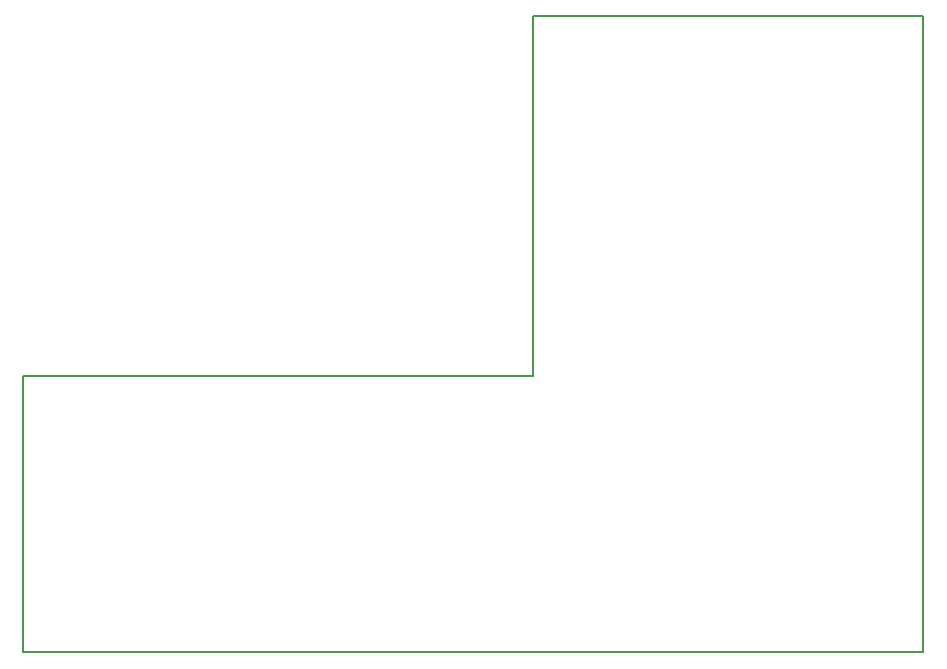
<source format=gbr>
G04 #@! TF.GenerationSoftware,KiCad,Pcbnew,(5.0.2)-1*
G04 #@! TF.CreationDate,2019-02-27T10:38:39-05:00*
G04 #@! TF.ProjectId,AR-22_Power_Supply,41522d32-325f-4506-9f77-65725f537570,rev?*
G04 #@! TF.SameCoordinates,Original*
G04 #@! TF.FileFunction,Profile,NP*
%FSLAX46Y46*%
G04 Gerber Fmt 4.6, Leading zero omitted, Abs format (unit mm)*
G04 Created by KiCad (PCBNEW (5.0.2)-1) date 2/27/2019 10:38:39 AM*
%MOMM*%
%LPD*%
G01*
G04 APERTURE LIST*
%ADD10C,0.150000*%
G04 APERTURE END LIST*
D10*
X159258000Y-58420000D02*
X159258000Y-27940000D01*
X116078000Y-58420000D02*
X159258000Y-58420000D01*
X116078000Y-81788000D02*
X116078000Y-58420000D01*
X192278000Y-81788000D02*
X116078000Y-81788000D01*
X192278000Y-27940000D02*
X192278000Y-81788000D01*
X192024000Y-27940000D02*
X192278000Y-27940000D01*
X159258000Y-27940000D02*
X192024000Y-27940000D01*
M02*

</source>
